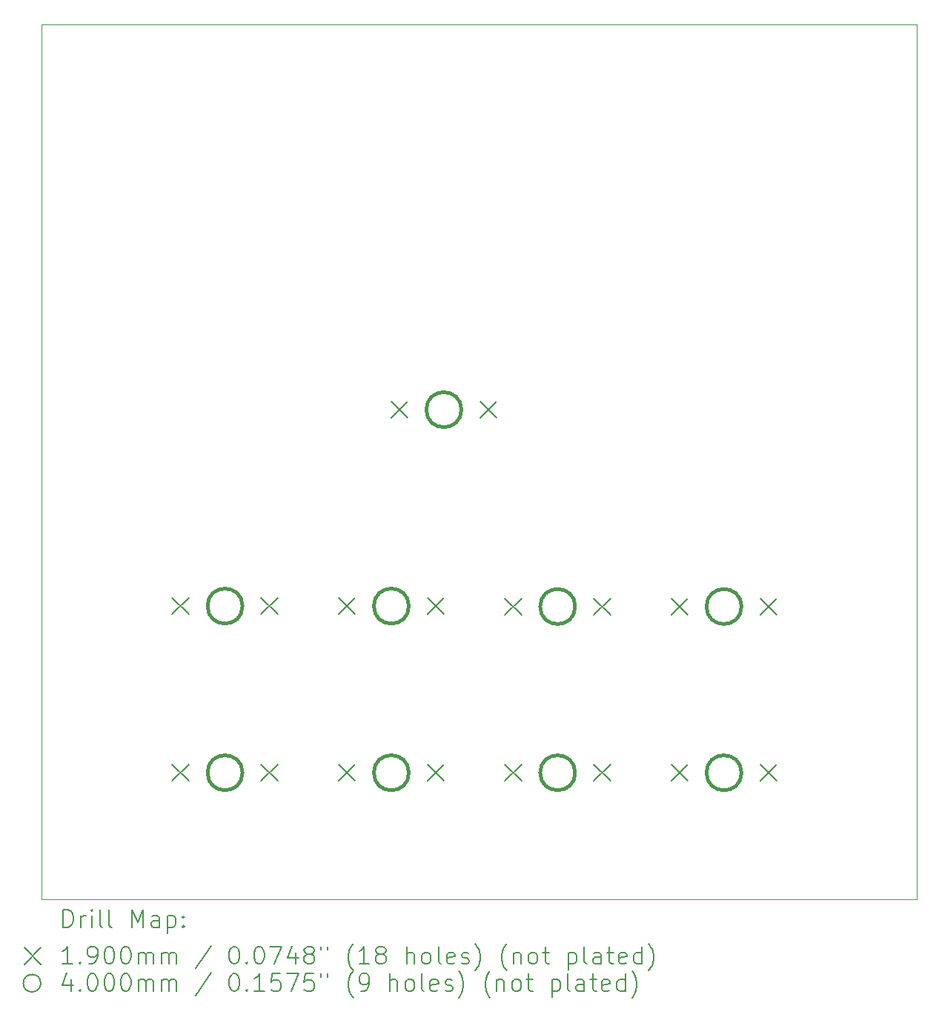
<source format=gbr>
%TF.GenerationSoftware,KiCad,Pcbnew,(6.0.9-0)*%
%TF.CreationDate,2023-04-08T13:57:58+09:00*%
%TF.ProjectId,keypad,6b657970-6164-42e6-9b69-6361645f7063,1*%
%TF.SameCoordinates,Original*%
%TF.FileFunction,Drillmap*%
%TF.FilePolarity,Positive*%
%FSLAX45Y45*%
G04 Gerber Fmt 4.5, Leading zero omitted, Abs format (unit mm)*
G04 Created by KiCad (PCBNEW (6.0.9-0)) date 2023-04-08 13:57:58*
%MOMM*%
%LPD*%
G01*
G04 APERTURE LIST*
%ADD10C,0.100000*%
%ADD11C,0.200000*%
%ADD12C,0.190000*%
%ADD13C,0.400000*%
G04 APERTURE END LIST*
D10*
X10338000Y-4800000D02*
X20338000Y-4800000D01*
X20338000Y-4800000D02*
X20338000Y-14800000D01*
X20338000Y-14800000D02*
X10338000Y-14800000D01*
X10338000Y-14800000D02*
X10338000Y-4800000D01*
D11*
D12*
X11835000Y-11350000D02*
X12025000Y-11540000D01*
X12025000Y-11350000D02*
X11835000Y-11540000D01*
X11835000Y-13255000D02*
X12025000Y-13445000D01*
X12025000Y-13255000D02*
X11835000Y-13445000D01*
X12851000Y-11350000D02*
X13041000Y-11540000D01*
X13041000Y-11350000D02*
X12851000Y-11540000D01*
X12851000Y-13255000D02*
X13041000Y-13445000D01*
X13041000Y-13255000D02*
X12851000Y-13445000D01*
X13735000Y-11350000D02*
X13925000Y-11540000D01*
X13925000Y-11350000D02*
X13735000Y-11540000D01*
X13735000Y-13255000D02*
X13925000Y-13445000D01*
X13925000Y-13255000D02*
X13735000Y-13445000D01*
X14335000Y-9105000D02*
X14525000Y-9295000D01*
X14525000Y-9105000D02*
X14335000Y-9295000D01*
X14751000Y-11350000D02*
X14941000Y-11540000D01*
X14941000Y-11350000D02*
X14751000Y-11540000D01*
X14751000Y-13255000D02*
X14941000Y-13445000D01*
X14941000Y-13255000D02*
X14751000Y-13445000D01*
X15351000Y-9105000D02*
X15541000Y-9295000D01*
X15541000Y-9105000D02*
X15351000Y-9295000D01*
X15635000Y-11355000D02*
X15825000Y-11545000D01*
X15825000Y-11355000D02*
X15635000Y-11545000D01*
X15635000Y-13255000D02*
X15825000Y-13445000D01*
X15825000Y-13255000D02*
X15635000Y-13445000D01*
X16651000Y-11355000D02*
X16841000Y-11545000D01*
X16841000Y-11355000D02*
X16651000Y-11545000D01*
X16651000Y-13255000D02*
X16841000Y-13445000D01*
X16841000Y-13255000D02*
X16651000Y-13445000D01*
X17535000Y-11355000D02*
X17725000Y-11545000D01*
X17725000Y-11355000D02*
X17535000Y-11545000D01*
X17535000Y-13255000D02*
X17725000Y-13445000D01*
X17725000Y-13255000D02*
X17535000Y-13445000D01*
X18551000Y-11355000D02*
X18741000Y-11545000D01*
X18741000Y-11355000D02*
X18551000Y-11545000D01*
X18551000Y-13255000D02*
X18741000Y-13445000D01*
X18741000Y-13255000D02*
X18551000Y-13445000D01*
D13*
X12638000Y-11445000D02*
G75*
G03*
X12638000Y-11445000I-200000J0D01*
G01*
X12638000Y-13350000D02*
G75*
G03*
X12638000Y-13350000I-200000J0D01*
G01*
X14538000Y-11445000D02*
G75*
G03*
X14538000Y-11445000I-200000J0D01*
G01*
X14538000Y-13350000D02*
G75*
G03*
X14538000Y-13350000I-200000J0D01*
G01*
X15138000Y-9200000D02*
G75*
G03*
X15138000Y-9200000I-200000J0D01*
G01*
X16438000Y-11450000D02*
G75*
G03*
X16438000Y-11450000I-200000J0D01*
G01*
X16438000Y-13350000D02*
G75*
G03*
X16438000Y-13350000I-200000J0D01*
G01*
X18338000Y-11450000D02*
G75*
G03*
X18338000Y-11450000I-200000J0D01*
G01*
X18338000Y-13350000D02*
G75*
G03*
X18338000Y-13350000I-200000J0D01*
G01*
D11*
X10590619Y-15115476D02*
X10590619Y-14915476D01*
X10638238Y-14915476D01*
X10666810Y-14925000D01*
X10685857Y-14944048D01*
X10695381Y-14963095D01*
X10704905Y-15001190D01*
X10704905Y-15029762D01*
X10695381Y-15067857D01*
X10685857Y-15086905D01*
X10666810Y-15105952D01*
X10638238Y-15115476D01*
X10590619Y-15115476D01*
X10790619Y-15115476D02*
X10790619Y-14982143D01*
X10790619Y-15020238D02*
X10800143Y-15001190D01*
X10809667Y-14991667D01*
X10828714Y-14982143D01*
X10847762Y-14982143D01*
X10914429Y-15115476D02*
X10914429Y-14982143D01*
X10914429Y-14915476D02*
X10904905Y-14925000D01*
X10914429Y-14934524D01*
X10923952Y-14925000D01*
X10914429Y-14915476D01*
X10914429Y-14934524D01*
X11038238Y-15115476D02*
X11019190Y-15105952D01*
X11009667Y-15086905D01*
X11009667Y-14915476D01*
X11143000Y-15115476D02*
X11123952Y-15105952D01*
X11114429Y-15086905D01*
X11114429Y-14915476D01*
X11371571Y-15115476D02*
X11371571Y-14915476D01*
X11438238Y-15058333D01*
X11504905Y-14915476D01*
X11504905Y-15115476D01*
X11685857Y-15115476D02*
X11685857Y-15010714D01*
X11676333Y-14991667D01*
X11657286Y-14982143D01*
X11619190Y-14982143D01*
X11600143Y-14991667D01*
X11685857Y-15105952D02*
X11666809Y-15115476D01*
X11619190Y-15115476D01*
X11600143Y-15105952D01*
X11590619Y-15086905D01*
X11590619Y-15067857D01*
X11600143Y-15048809D01*
X11619190Y-15039286D01*
X11666809Y-15039286D01*
X11685857Y-15029762D01*
X11781095Y-14982143D02*
X11781095Y-15182143D01*
X11781095Y-14991667D02*
X11800143Y-14982143D01*
X11838238Y-14982143D01*
X11857286Y-14991667D01*
X11866809Y-15001190D01*
X11876333Y-15020238D01*
X11876333Y-15077381D01*
X11866809Y-15096428D01*
X11857286Y-15105952D01*
X11838238Y-15115476D01*
X11800143Y-15115476D01*
X11781095Y-15105952D01*
X11962048Y-15096428D02*
X11971571Y-15105952D01*
X11962048Y-15115476D01*
X11952524Y-15105952D01*
X11962048Y-15096428D01*
X11962048Y-15115476D01*
X11962048Y-14991667D02*
X11971571Y-15001190D01*
X11962048Y-15010714D01*
X11952524Y-15001190D01*
X11962048Y-14991667D01*
X11962048Y-15010714D01*
D12*
X10143000Y-15350000D02*
X10333000Y-15540000D01*
X10333000Y-15350000D02*
X10143000Y-15540000D01*
D11*
X10695381Y-15535476D02*
X10581095Y-15535476D01*
X10638238Y-15535476D02*
X10638238Y-15335476D01*
X10619190Y-15364048D01*
X10600143Y-15383095D01*
X10581095Y-15392619D01*
X10781095Y-15516428D02*
X10790619Y-15525952D01*
X10781095Y-15535476D01*
X10771571Y-15525952D01*
X10781095Y-15516428D01*
X10781095Y-15535476D01*
X10885857Y-15535476D02*
X10923952Y-15535476D01*
X10943000Y-15525952D01*
X10952524Y-15516428D01*
X10971571Y-15487857D01*
X10981095Y-15449762D01*
X10981095Y-15373571D01*
X10971571Y-15354524D01*
X10962048Y-15345000D01*
X10943000Y-15335476D01*
X10904905Y-15335476D01*
X10885857Y-15345000D01*
X10876333Y-15354524D01*
X10866810Y-15373571D01*
X10866810Y-15421190D01*
X10876333Y-15440238D01*
X10885857Y-15449762D01*
X10904905Y-15459286D01*
X10943000Y-15459286D01*
X10962048Y-15449762D01*
X10971571Y-15440238D01*
X10981095Y-15421190D01*
X11104905Y-15335476D02*
X11123952Y-15335476D01*
X11143000Y-15345000D01*
X11152524Y-15354524D01*
X11162048Y-15373571D01*
X11171571Y-15411667D01*
X11171571Y-15459286D01*
X11162048Y-15497381D01*
X11152524Y-15516428D01*
X11143000Y-15525952D01*
X11123952Y-15535476D01*
X11104905Y-15535476D01*
X11085857Y-15525952D01*
X11076333Y-15516428D01*
X11066810Y-15497381D01*
X11057286Y-15459286D01*
X11057286Y-15411667D01*
X11066810Y-15373571D01*
X11076333Y-15354524D01*
X11085857Y-15345000D01*
X11104905Y-15335476D01*
X11295381Y-15335476D02*
X11314428Y-15335476D01*
X11333476Y-15345000D01*
X11343000Y-15354524D01*
X11352524Y-15373571D01*
X11362048Y-15411667D01*
X11362048Y-15459286D01*
X11352524Y-15497381D01*
X11343000Y-15516428D01*
X11333476Y-15525952D01*
X11314428Y-15535476D01*
X11295381Y-15535476D01*
X11276333Y-15525952D01*
X11266809Y-15516428D01*
X11257286Y-15497381D01*
X11247762Y-15459286D01*
X11247762Y-15411667D01*
X11257286Y-15373571D01*
X11266809Y-15354524D01*
X11276333Y-15345000D01*
X11295381Y-15335476D01*
X11447762Y-15535476D02*
X11447762Y-15402143D01*
X11447762Y-15421190D02*
X11457286Y-15411667D01*
X11476333Y-15402143D01*
X11504905Y-15402143D01*
X11523952Y-15411667D01*
X11533476Y-15430714D01*
X11533476Y-15535476D01*
X11533476Y-15430714D02*
X11543000Y-15411667D01*
X11562048Y-15402143D01*
X11590619Y-15402143D01*
X11609667Y-15411667D01*
X11619190Y-15430714D01*
X11619190Y-15535476D01*
X11714428Y-15535476D02*
X11714428Y-15402143D01*
X11714428Y-15421190D02*
X11723952Y-15411667D01*
X11743000Y-15402143D01*
X11771571Y-15402143D01*
X11790619Y-15411667D01*
X11800143Y-15430714D01*
X11800143Y-15535476D01*
X11800143Y-15430714D02*
X11809667Y-15411667D01*
X11828714Y-15402143D01*
X11857286Y-15402143D01*
X11876333Y-15411667D01*
X11885857Y-15430714D01*
X11885857Y-15535476D01*
X12276333Y-15325952D02*
X12104905Y-15583095D01*
X12533476Y-15335476D02*
X12552524Y-15335476D01*
X12571571Y-15345000D01*
X12581095Y-15354524D01*
X12590619Y-15373571D01*
X12600143Y-15411667D01*
X12600143Y-15459286D01*
X12590619Y-15497381D01*
X12581095Y-15516428D01*
X12571571Y-15525952D01*
X12552524Y-15535476D01*
X12533476Y-15535476D01*
X12514428Y-15525952D01*
X12504905Y-15516428D01*
X12495381Y-15497381D01*
X12485857Y-15459286D01*
X12485857Y-15411667D01*
X12495381Y-15373571D01*
X12504905Y-15354524D01*
X12514428Y-15345000D01*
X12533476Y-15335476D01*
X12685857Y-15516428D02*
X12695381Y-15525952D01*
X12685857Y-15535476D01*
X12676333Y-15525952D01*
X12685857Y-15516428D01*
X12685857Y-15535476D01*
X12819190Y-15335476D02*
X12838238Y-15335476D01*
X12857286Y-15345000D01*
X12866809Y-15354524D01*
X12876333Y-15373571D01*
X12885857Y-15411667D01*
X12885857Y-15459286D01*
X12876333Y-15497381D01*
X12866809Y-15516428D01*
X12857286Y-15525952D01*
X12838238Y-15535476D01*
X12819190Y-15535476D01*
X12800143Y-15525952D01*
X12790619Y-15516428D01*
X12781095Y-15497381D01*
X12771571Y-15459286D01*
X12771571Y-15411667D01*
X12781095Y-15373571D01*
X12790619Y-15354524D01*
X12800143Y-15345000D01*
X12819190Y-15335476D01*
X12952524Y-15335476D02*
X13085857Y-15335476D01*
X13000143Y-15535476D01*
X13247762Y-15402143D02*
X13247762Y-15535476D01*
X13200143Y-15325952D02*
X13152524Y-15468809D01*
X13276333Y-15468809D01*
X13381095Y-15421190D02*
X13362048Y-15411667D01*
X13352524Y-15402143D01*
X13343000Y-15383095D01*
X13343000Y-15373571D01*
X13352524Y-15354524D01*
X13362048Y-15345000D01*
X13381095Y-15335476D01*
X13419190Y-15335476D01*
X13438238Y-15345000D01*
X13447762Y-15354524D01*
X13457286Y-15373571D01*
X13457286Y-15383095D01*
X13447762Y-15402143D01*
X13438238Y-15411667D01*
X13419190Y-15421190D01*
X13381095Y-15421190D01*
X13362048Y-15430714D01*
X13352524Y-15440238D01*
X13343000Y-15459286D01*
X13343000Y-15497381D01*
X13352524Y-15516428D01*
X13362048Y-15525952D01*
X13381095Y-15535476D01*
X13419190Y-15535476D01*
X13438238Y-15525952D01*
X13447762Y-15516428D01*
X13457286Y-15497381D01*
X13457286Y-15459286D01*
X13447762Y-15440238D01*
X13438238Y-15430714D01*
X13419190Y-15421190D01*
X13533476Y-15335476D02*
X13533476Y-15373571D01*
X13609667Y-15335476D02*
X13609667Y-15373571D01*
X13904905Y-15611667D02*
X13895381Y-15602143D01*
X13876333Y-15573571D01*
X13866809Y-15554524D01*
X13857286Y-15525952D01*
X13847762Y-15478333D01*
X13847762Y-15440238D01*
X13857286Y-15392619D01*
X13866809Y-15364048D01*
X13876333Y-15345000D01*
X13895381Y-15316428D01*
X13904905Y-15306905D01*
X14085857Y-15535476D02*
X13971571Y-15535476D01*
X14028714Y-15535476D02*
X14028714Y-15335476D01*
X14009667Y-15364048D01*
X13990619Y-15383095D01*
X13971571Y-15392619D01*
X14200143Y-15421190D02*
X14181095Y-15411667D01*
X14171571Y-15402143D01*
X14162048Y-15383095D01*
X14162048Y-15373571D01*
X14171571Y-15354524D01*
X14181095Y-15345000D01*
X14200143Y-15335476D01*
X14238238Y-15335476D01*
X14257286Y-15345000D01*
X14266809Y-15354524D01*
X14276333Y-15373571D01*
X14276333Y-15383095D01*
X14266809Y-15402143D01*
X14257286Y-15411667D01*
X14238238Y-15421190D01*
X14200143Y-15421190D01*
X14181095Y-15430714D01*
X14171571Y-15440238D01*
X14162048Y-15459286D01*
X14162048Y-15497381D01*
X14171571Y-15516428D01*
X14181095Y-15525952D01*
X14200143Y-15535476D01*
X14238238Y-15535476D01*
X14257286Y-15525952D01*
X14266809Y-15516428D01*
X14276333Y-15497381D01*
X14276333Y-15459286D01*
X14266809Y-15440238D01*
X14257286Y-15430714D01*
X14238238Y-15421190D01*
X14514428Y-15535476D02*
X14514428Y-15335476D01*
X14600143Y-15535476D02*
X14600143Y-15430714D01*
X14590619Y-15411667D01*
X14571571Y-15402143D01*
X14543000Y-15402143D01*
X14523952Y-15411667D01*
X14514428Y-15421190D01*
X14723952Y-15535476D02*
X14704905Y-15525952D01*
X14695381Y-15516428D01*
X14685857Y-15497381D01*
X14685857Y-15440238D01*
X14695381Y-15421190D01*
X14704905Y-15411667D01*
X14723952Y-15402143D01*
X14752524Y-15402143D01*
X14771571Y-15411667D01*
X14781095Y-15421190D01*
X14790619Y-15440238D01*
X14790619Y-15497381D01*
X14781095Y-15516428D01*
X14771571Y-15525952D01*
X14752524Y-15535476D01*
X14723952Y-15535476D01*
X14904905Y-15535476D02*
X14885857Y-15525952D01*
X14876333Y-15506905D01*
X14876333Y-15335476D01*
X15057286Y-15525952D02*
X15038238Y-15535476D01*
X15000143Y-15535476D01*
X14981095Y-15525952D01*
X14971571Y-15506905D01*
X14971571Y-15430714D01*
X14981095Y-15411667D01*
X15000143Y-15402143D01*
X15038238Y-15402143D01*
X15057286Y-15411667D01*
X15066809Y-15430714D01*
X15066809Y-15449762D01*
X14971571Y-15468809D01*
X15143000Y-15525952D02*
X15162048Y-15535476D01*
X15200143Y-15535476D01*
X15219190Y-15525952D01*
X15228714Y-15506905D01*
X15228714Y-15497381D01*
X15219190Y-15478333D01*
X15200143Y-15468809D01*
X15171571Y-15468809D01*
X15152524Y-15459286D01*
X15143000Y-15440238D01*
X15143000Y-15430714D01*
X15152524Y-15411667D01*
X15171571Y-15402143D01*
X15200143Y-15402143D01*
X15219190Y-15411667D01*
X15295381Y-15611667D02*
X15304905Y-15602143D01*
X15323952Y-15573571D01*
X15333476Y-15554524D01*
X15343000Y-15525952D01*
X15352524Y-15478333D01*
X15352524Y-15440238D01*
X15343000Y-15392619D01*
X15333476Y-15364048D01*
X15323952Y-15345000D01*
X15304905Y-15316428D01*
X15295381Y-15306905D01*
X15657286Y-15611667D02*
X15647762Y-15602143D01*
X15628714Y-15573571D01*
X15619190Y-15554524D01*
X15609667Y-15525952D01*
X15600143Y-15478333D01*
X15600143Y-15440238D01*
X15609667Y-15392619D01*
X15619190Y-15364048D01*
X15628714Y-15345000D01*
X15647762Y-15316428D01*
X15657286Y-15306905D01*
X15733476Y-15402143D02*
X15733476Y-15535476D01*
X15733476Y-15421190D02*
X15743000Y-15411667D01*
X15762048Y-15402143D01*
X15790619Y-15402143D01*
X15809667Y-15411667D01*
X15819190Y-15430714D01*
X15819190Y-15535476D01*
X15943000Y-15535476D02*
X15923952Y-15525952D01*
X15914428Y-15516428D01*
X15904905Y-15497381D01*
X15904905Y-15440238D01*
X15914428Y-15421190D01*
X15923952Y-15411667D01*
X15943000Y-15402143D01*
X15971571Y-15402143D01*
X15990619Y-15411667D01*
X16000143Y-15421190D01*
X16009667Y-15440238D01*
X16009667Y-15497381D01*
X16000143Y-15516428D01*
X15990619Y-15525952D01*
X15971571Y-15535476D01*
X15943000Y-15535476D01*
X16066809Y-15402143D02*
X16143000Y-15402143D01*
X16095381Y-15335476D02*
X16095381Y-15506905D01*
X16104905Y-15525952D01*
X16123952Y-15535476D01*
X16143000Y-15535476D01*
X16362048Y-15402143D02*
X16362048Y-15602143D01*
X16362048Y-15411667D02*
X16381095Y-15402143D01*
X16419190Y-15402143D01*
X16438238Y-15411667D01*
X16447762Y-15421190D01*
X16457286Y-15440238D01*
X16457286Y-15497381D01*
X16447762Y-15516428D01*
X16438238Y-15525952D01*
X16419190Y-15535476D01*
X16381095Y-15535476D01*
X16362048Y-15525952D01*
X16571571Y-15535476D02*
X16552524Y-15525952D01*
X16543000Y-15506905D01*
X16543000Y-15335476D01*
X16733476Y-15535476D02*
X16733476Y-15430714D01*
X16723952Y-15411667D01*
X16704905Y-15402143D01*
X16666809Y-15402143D01*
X16647762Y-15411667D01*
X16733476Y-15525952D02*
X16714428Y-15535476D01*
X16666809Y-15535476D01*
X16647762Y-15525952D01*
X16638238Y-15506905D01*
X16638238Y-15487857D01*
X16647762Y-15468809D01*
X16666809Y-15459286D01*
X16714428Y-15459286D01*
X16733476Y-15449762D01*
X16800143Y-15402143D02*
X16876333Y-15402143D01*
X16828714Y-15335476D02*
X16828714Y-15506905D01*
X16838238Y-15525952D01*
X16857286Y-15535476D01*
X16876333Y-15535476D01*
X17019190Y-15525952D02*
X17000143Y-15535476D01*
X16962048Y-15535476D01*
X16943000Y-15525952D01*
X16933476Y-15506905D01*
X16933476Y-15430714D01*
X16943000Y-15411667D01*
X16962048Y-15402143D01*
X17000143Y-15402143D01*
X17019190Y-15411667D01*
X17028714Y-15430714D01*
X17028714Y-15449762D01*
X16933476Y-15468809D01*
X17200143Y-15535476D02*
X17200143Y-15335476D01*
X17200143Y-15525952D02*
X17181095Y-15535476D01*
X17143000Y-15535476D01*
X17123952Y-15525952D01*
X17114429Y-15516428D01*
X17104905Y-15497381D01*
X17104905Y-15440238D01*
X17114429Y-15421190D01*
X17123952Y-15411667D01*
X17143000Y-15402143D01*
X17181095Y-15402143D01*
X17200143Y-15411667D01*
X17276333Y-15611667D02*
X17285857Y-15602143D01*
X17304905Y-15573571D01*
X17314429Y-15554524D01*
X17323952Y-15525952D01*
X17333476Y-15478333D01*
X17333476Y-15440238D01*
X17323952Y-15392619D01*
X17314429Y-15364048D01*
X17304905Y-15345000D01*
X17285857Y-15316428D01*
X17276333Y-15306905D01*
X10333000Y-15755000D02*
G75*
G03*
X10333000Y-15755000I-100000J0D01*
G01*
X10676333Y-15712143D02*
X10676333Y-15845476D01*
X10628714Y-15635952D02*
X10581095Y-15778809D01*
X10704905Y-15778809D01*
X10781095Y-15826428D02*
X10790619Y-15835952D01*
X10781095Y-15845476D01*
X10771571Y-15835952D01*
X10781095Y-15826428D01*
X10781095Y-15845476D01*
X10914429Y-15645476D02*
X10933476Y-15645476D01*
X10952524Y-15655000D01*
X10962048Y-15664524D01*
X10971571Y-15683571D01*
X10981095Y-15721667D01*
X10981095Y-15769286D01*
X10971571Y-15807381D01*
X10962048Y-15826428D01*
X10952524Y-15835952D01*
X10933476Y-15845476D01*
X10914429Y-15845476D01*
X10895381Y-15835952D01*
X10885857Y-15826428D01*
X10876333Y-15807381D01*
X10866810Y-15769286D01*
X10866810Y-15721667D01*
X10876333Y-15683571D01*
X10885857Y-15664524D01*
X10895381Y-15655000D01*
X10914429Y-15645476D01*
X11104905Y-15645476D02*
X11123952Y-15645476D01*
X11143000Y-15655000D01*
X11152524Y-15664524D01*
X11162048Y-15683571D01*
X11171571Y-15721667D01*
X11171571Y-15769286D01*
X11162048Y-15807381D01*
X11152524Y-15826428D01*
X11143000Y-15835952D01*
X11123952Y-15845476D01*
X11104905Y-15845476D01*
X11085857Y-15835952D01*
X11076333Y-15826428D01*
X11066810Y-15807381D01*
X11057286Y-15769286D01*
X11057286Y-15721667D01*
X11066810Y-15683571D01*
X11076333Y-15664524D01*
X11085857Y-15655000D01*
X11104905Y-15645476D01*
X11295381Y-15645476D02*
X11314428Y-15645476D01*
X11333476Y-15655000D01*
X11343000Y-15664524D01*
X11352524Y-15683571D01*
X11362048Y-15721667D01*
X11362048Y-15769286D01*
X11352524Y-15807381D01*
X11343000Y-15826428D01*
X11333476Y-15835952D01*
X11314428Y-15845476D01*
X11295381Y-15845476D01*
X11276333Y-15835952D01*
X11266809Y-15826428D01*
X11257286Y-15807381D01*
X11247762Y-15769286D01*
X11247762Y-15721667D01*
X11257286Y-15683571D01*
X11266809Y-15664524D01*
X11276333Y-15655000D01*
X11295381Y-15645476D01*
X11447762Y-15845476D02*
X11447762Y-15712143D01*
X11447762Y-15731190D02*
X11457286Y-15721667D01*
X11476333Y-15712143D01*
X11504905Y-15712143D01*
X11523952Y-15721667D01*
X11533476Y-15740714D01*
X11533476Y-15845476D01*
X11533476Y-15740714D02*
X11543000Y-15721667D01*
X11562048Y-15712143D01*
X11590619Y-15712143D01*
X11609667Y-15721667D01*
X11619190Y-15740714D01*
X11619190Y-15845476D01*
X11714428Y-15845476D02*
X11714428Y-15712143D01*
X11714428Y-15731190D02*
X11723952Y-15721667D01*
X11743000Y-15712143D01*
X11771571Y-15712143D01*
X11790619Y-15721667D01*
X11800143Y-15740714D01*
X11800143Y-15845476D01*
X11800143Y-15740714D02*
X11809667Y-15721667D01*
X11828714Y-15712143D01*
X11857286Y-15712143D01*
X11876333Y-15721667D01*
X11885857Y-15740714D01*
X11885857Y-15845476D01*
X12276333Y-15635952D02*
X12104905Y-15893095D01*
X12533476Y-15645476D02*
X12552524Y-15645476D01*
X12571571Y-15655000D01*
X12581095Y-15664524D01*
X12590619Y-15683571D01*
X12600143Y-15721667D01*
X12600143Y-15769286D01*
X12590619Y-15807381D01*
X12581095Y-15826428D01*
X12571571Y-15835952D01*
X12552524Y-15845476D01*
X12533476Y-15845476D01*
X12514428Y-15835952D01*
X12504905Y-15826428D01*
X12495381Y-15807381D01*
X12485857Y-15769286D01*
X12485857Y-15721667D01*
X12495381Y-15683571D01*
X12504905Y-15664524D01*
X12514428Y-15655000D01*
X12533476Y-15645476D01*
X12685857Y-15826428D02*
X12695381Y-15835952D01*
X12685857Y-15845476D01*
X12676333Y-15835952D01*
X12685857Y-15826428D01*
X12685857Y-15845476D01*
X12885857Y-15845476D02*
X12771571Y-15845476D01*
X12828714Y-15845476D02*
X12828714Y-15645476D01*
X12809667Y-15674048D01*
X12790619Y-15693095D01*
X12771571Y-15702619D01*
X13066809Y-15645476D02*
X12971571Y-15645476D01*
X12962048Y-15740714D01*
X12971571Y-15731190D01*
X12990619Y-15721667D01*
X13038238Y-15721667D01*
X13057286Y-15731190D01*
X13066809Y-15740714D01*
X13076333Y-15759762D01*
X13076333Y-15807381D01*
X13066809Y-15826428D01*
X13057286Y-15835952D01*
X13038238Y-15845476D01*
X12990619Y-15845476D01*
X12971571Y-15835952D01*
X12962048Y-15826428D01*
X13143000Y-15645476D02*
X13276333Y-15645476D01*
X13190619Y-15845476D01*
X13447762Y-15645476D02*
X13352524Y-15645476D01*
X13343000Y-15740714D01*
X13352524Y-15731190D01*
X13371571Y-15721667D01*
X13419190Y-15721667D01*
X13438238Y-15731190D01*
X13447762Y-15740714D01*
X13457286Y-15759762D01*
X13457286Y-15807381D01*
X13447762Y-15826428D01*
X13438238Y-15835952D01*
X13419190Y-15845476D01*
X13371571Y-15845476D01*
X13352524Y-15835952D01*
X13343000Y-15826428D01*
X13533476Y-15645476D02*
X13533476Y-15683571D01*
X13609667Y-15645476D02*
X13609667Y-15683571D01*
X13904905Y-15921667D02*
X13895381Y-15912143D01*
X13876333Y-15883571D01*
X13866809Y-15864524D01*
X13857286Y-15835952D01*
X13847762Y-15788333D01*
X13847762Y-15750238D01*
X13857286Y-15702619D01*
X13866809Y-15674048D01*
X13876333Y-15655000D01*
X13895381Y-15626428D01*
X13904905Y-15616905D01*
X13990619Y-15845476D02*
X14028714Y-15845476D01*
X14047762Y-15835952D01*
X14057286Y-15826428D01*
X14076333Y-15797857D01*
X14085857Y-15759762D01*
X14085857Y-15683571D01*
X14076333Y-15664524D01*
X14066809Y-15655000D01*
X14047762Y-15645476D01*
X14009667Y-15645476D01*
X13990619Y-15655000D01*
X13981095Y-15664524D01*
X13971571Y-15683571D01*
X13971571Y-15731190D01*
X13981095Y-15750238D01*
X13990619Y-15759762D01*
X14009667Y-15769286D01*
X14047762Y-15769286D01*
X14066809Y-15759762D01*
X14076333Y-15750238D01*
X14085857Y-15731190D01*
X14323952Y-15845476D02*
X14323952Y-15645476D01*
X14409667Y-15845476D02*
X14409667Y-15740714D01*
X14400143Y-15721667D01*
X14381095Y-15712143D01*
X14352524Y-15712143D01*
X14333476Y-15721667D01*
X14323952Y-15731190D01*
X14533476Y-15845476D02*
X14514428Y-15835952D01*
X14504905Y-15826428D01*
X14495381Y-15807381D01*
X14495381Y-15750238D01*
X14504905Y-15731190D01*
X14514428Y-15721667D01*
X14533476Y-15712143D01*
X14562048Y-15712143D01*
X14581095Y-15721667D01*
X14590619Y-15731190D01*
X14600143Y-15750238D01*
X14600143Y-15807381D01*
X14590619Y-15826428D01*
X14581095Y-15835952D01*
X14562048Y-15845476D01*
X14533476Y-15845476D01*
X14714428Y-15845476D02*
X14695381Y-15835952D01*
X14685857Y-15816905D01*
X14685857Y-15645476D01*
X14866809Y-15835952D02*
X14847762Y-15845476D01*
X14809667Y-15845476D01*
X14790619Y-15835952D01*
X14781095Y-15816905D01*
X14781095Y-15740714D01*
X14790619Y-15721667D01*
X14809667Y-15712143D01*
X14847762Y-15712143D01*
X14866809Y-15721667D01*
X14876333Y-15740714D01*
X14876333Y-15759762D01*
X14781095Y-15778809D01*
X14952524Y-15835952D02*
X14971571Y-15845476D01*
X15009667Y-15845476D01*
X15028714Y-15835952D01*
X15038238Y-15816905D01*
X15038238Y-15807381D01*
X15028714Y-15788333D01*
X15009667Y-15778809D01*
X14981095Y-15778809D01*
X14962048Y-15769286D01*
X14952524Y-15750238D01*
X14952524Y-15740714D01*
X14962048Y-15721667D01*
X14981095Y-15712143D01*
X15009667Y-15712143D01*
X15028714Y-15721667D01*
X15104905Y-15921667D02*
X15114428Y-15912143D01*
X15133476Y-15883571D01*
X15143000Y-15864524D01*
X15152524Y-15835952D01*
X15162048Y-15788333D01*
X15162048Y-15750238D01*
X15152524Y-15702619D01*
X15143000Y-15674048D01*
X15133476Y-15655000D01*
X15114428Y-15626428D01*
X15104905Y-15616905D01*
X15466809Y-15921667D02*
X15457286Y-15912143D01*
X15438238Y-15883571D01*
X15428714Y-15864524D01*
X15419190Y-15835952D01*
X15409667Y-15788333D01*
X15409667Y-15750238D01*
X15419190Y-15702619D01*
X15428714Y-15674048D01*
X15438238Y-15655000D01*
X15457286Y-15626428D01*
X15466809Y-15616905D01*
X15543000Y-15712143D02*
X15543000Y-15845476D01*
X15543000Y-15731190D02*
X15552524Y-15721667D01*
X15571571Y-15712143D01*
X15600143Y-15712143D01*
X15619190Y-15721667D01*
X15628714Y-15740714D01*
X15628714Y-15845476D01*
X15752524Y-15845476D02*
X15733476Y-15835952D01*
X15723952Y-15826428D01*
X15714428Y-15807381D01*
X15714428Y-15750238D01*
X15723952Y-15731190D01*
X15733476Y-15721667D01*
X15752524Y-15712143D01*
X15781095Y-15712143D01*
X15800143Y-15721667D01*
X15809667Y-15731190D01*
X15819190Y-15750238D01*
X15819190Y-15807381D01*
X15809667Y-15826428D01*
X15800143Y-15835952D01*
X15781095Y-15845476D01*
X15752524Y-15845476D01*
X15876333Y-15712143D02*
X15952524Y-15712143D01*
X15904905Y-15645476D02*
X15904905Y-15816905D01*
X15914428Y-15835952D01*
X15933476Y-15845476D01*
X15952524Y-15845476D01*
X16171571Y-15712143D02*
X16171571Y-15912143D01*
X16171571Y-15721667D02*
X16190619Y-15712143D01*
X16228714Y-15712143D01*
X16247762Y-15721667D01*
X16257286Y-15731190D01*
X16266809Y-15750238D01*
X16266809Y-15807381D01*
X16257286Y-15826428D01*
X16247762Y-15835952D01*
X16228714Y-15845476D01*
X16190619Y-15845476D01*
X16171571Y-15835952D01*
X16381095Y-15845476D02*
X16362048Y-15835952D01*
X16352524Y-15816905D01*
X16352524Y-15645476D01*
X16543000Y-15845476D02*
X16543000Y-15740714D01*
X16533476Y-15721667D01*
X16514428Y-15712143D01*
X16476333Y-15712143D01*
X16457286Y-15721667D01*
X16543000Y-15835952D02*
X16523952Y-15845476D01*
X16476333Y-15845476D01*
X16457286Y-15835952D01*
X16447762Y-15816905D01*
X16447762Y-15797857D01*
X16457286Y-15778809D01*
X16476333Y-15769286D01*
X16523952Y-15769286D01*
X16543000Y-15759762D01*
X16609667Y-15712143D02*
X16685857Y-15712143D01*
X16638238Y-15645476D02*
X16638238Y-15816905D01*
X16647762Y-15835952D01*
X16666809Y-15845476D01*
X16685857Y-15845476D01*
X16828714Y-15835952D02*
X16809667Y-15845476D01*
X16771571Y-15845476D01*
X16752524Y-15835952D01*
X16743000Y-15816905D01*
X16743000Y-15740714D01*
X16752524Y-15721667D01*
X16771571Y-15712143D01*
X16809667Y-15712143D01*
X16828714Y-15721667D01*
X16838238Y-15740714D01*
X16838238Y-15759762D01*
X16743000Y-15778809D01*
X17009667Y-15845476D02*
X17009667Y-15645476D01*
X17009667Y-15835952D02*
X16990619Y-15845476D01*
X16952524Y-15845476D01*
X16933476Y-15835952D01*
X16923952Y-15826428D01*
X16914429Y-15807381D01*
X16914429Y-15750238D01*
X16923952Y-15731190D01*
X16933476Y-15721667D01*
X16952524Y-15712143D01*
X16990619Y-15712143D01*
X17009667Y-15721667D01*
X17085857Y-15921667D02*
X17095381Y-15912143D01*
X17114429Y-15883571D01*
X17123952Y-15864524D01*
X17133476Y-15835952D01*
X17143000Y-15788333D01*
X17143000Y-15750238D01*
X17133476Y-15702619D01*
X17123952Y-15674048D01*
X17114429Y-15655000D01*
X17095381Y-15626428D01*
X17085857Y-15616905D01*
M02*

</source>
